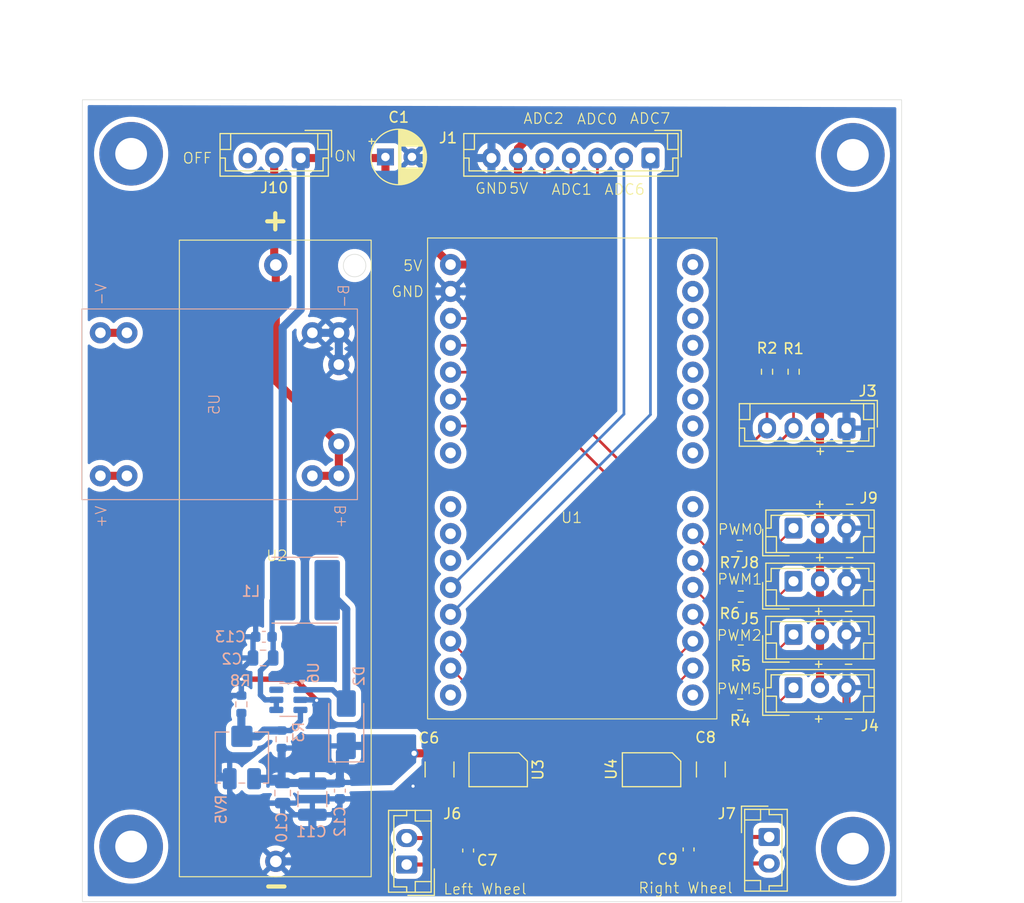
<source format=kicad_pcb>
(kicad_pcb (version 20241229) (generator "pcbnew") (generator_version "9.0")
  (layers (0 "F.Cu" signal) (2 "B.Cu" signal) (13 "F.Paste" user) (15 "B.Paste" user) (5 "F.SilkS" user "F.Silkscreen") (7 "B.SilkS" user "B.Silkscreen") (1 "F.Mask" user) (3 "B.Mask" user) (25 "Edge.Cuts" user))
  (net 0 "")
  (net 2 "BATTERY-")
  (net 16 "+4V")
  (net 17 "LW_OUTA")
  (net 18 "LW_OUTB")
  (net 19 "RW_OUTA")
  (net 20 "RW_OUTB")
  (net 21 "ADC6")
  (net 22 "ADC7")
  (net 23 "ADC2")
  (net 24 "ADC0")
  (net 25 "ADC1")
  (net 26 "PWM8")
  (net 27 "SDA")
  (net 28 "SCL")
  (net 29 "PWM5")
  (net 30 "PWM2")
  (net 31 "PWM1")
  (net 32 "PWM0")
  (net 33 "PWM6")
  (net 35 "PWM7")
  (net 36 "PWM9")
  (net 40 "BATTERY+")
  (net 41 "Net-(J4-Pin_1)")
  (net 42 "Net-(J5-Pin_1)")
  (net 43 "Net-(J8-Pin_1)")
  (net 44 "Net-(J9-Pin_1)")
  (net 45 "Net-(U5-V--Pad10)")
  (net 46 "Net-(U5-V+-Pad7)")
  (net 47 "VDD")
  (net 48 "Net-(D2-A)")
  (net 49 "Net-(U6-FB)")
  (footprint "Connector_JST:JST_EH_B3B-EH-A_1x03_P2.50mm_Vertical" (layer "F.Cu") (at 171.5 105.46)
    (property "Reference" "J8" (at -4.1 -1.76 0) (layer "F.SilkS"))
    (property "Value" "Conn_01x03_Pin")
    (pad "1" thru_hole roundrect (at 0 0) (size 1.7 1.95) (drill 0.95) (layers "*.Cu" "*.Mask") (roundrect_rratio 0.147059) (net 43 "Net-(J8-Pin_1)"))
    (pad "2" thru_hole oval (at 2.5 0) (size 1.7 1.95) (drill 0.95) (layers "*.Cu" "*.Mask") (net 16 "+4V"))
    (pad "3" thru_hole oval (at 5 0) (size 1.7 1.95) (drill 0.95) (layers "*.Cu" "*.Mask") (net 2 "BATTERY-"))
  )
  (footprint "hub_8735_ultra:hub_8735_ultra" (layer "F.Cu") (at 150.77 95.95)
    (property "Reference" "U1" (at -0.2 3.5 0) (layer "F.SilkS") (effects (font (thickness 0.1))))
    (property "Value" "~")
    (pad "1" thru_hole circle (at -11.63 -20.39) (size 2 2) (drill 1) (layers "*.Cu" "*.Mask") (net 16 "+4V"))
    (pad "2" thru_hole circle (at -11.63 -17.86) (size 2 2) (drill 1) (layers "*.Cu" "*.Mask") (net 2 "BATTERY-"))
    (pad "3" thru_hole circle (at -11.63 -15.31) (size 2 2) (drill 1) (layers "*.Cu" "*.Mask") (net 23 "ADC2"))
    (pad "4" thru_hole circle (at -11.63 -12.77) (size 2 2) (drill 1) (layers "*.Cu" "*.Mask") (net 25 "ADC1"))
    (pad "5" thru_hole circle (at -11.63 -10.23) (size 2 2) (drill 1) (layers "*.Cu" "*.Mask") (net 24 "ADC0"))
    (pad "6" thru_hole circle (at -11.63 -7.69) (size 2 2) (drill 1) (layers "*.Cu" "*.Mask") (net 27 "SDA"))
    (pad "7" thru_hole circle (at -11.63 -5.15) (size 2 2) (drill 1) (layers "*.Cu" "*.Mask") (net 28 "SCL"))
    (pad "8" thru_hole circle (at -11.63 -2.61) (size 2 2) (drill 1) (layers "*.Cu" "*.Mask"))
    (pad "9" thru_hole circle (at -11.63 2.47) (size 2 2) (drill 1) (layers "*.Cu" "*.Mask"))
    (pad "10" thru_hole circle (at -11.63 5.01) (size 2 2) (drill 1) (layers "*.Cu" "*.Mask"))
    (pad "11" thru_hole circle (at -11.63 7.55) (size 2 2) (drill 1) (layers "*.Cu" "*.Mask"))
    (pad "12" thru_hole circle (at -11.63 10.09) (size 2 2) (drill 1) (layers "*.Cu" "*.Mask") (net 21 "ADC6"))
    (pad "13" thru_hole circle (at -11.63 12.63) (size 2 2) (drill 1) (layers "*.Cu" "*.Mask") (net 22 "ADC7"))
    (pad "14" thru_hole circle (at -11.63 15.17) (size 2 2) (drill 1) (layers "*.Cu" "*.Mask") (net 26 "PWM8"))
    (pad "15" thru_hole circle (at -11.63 17.71) (size 2 2) (drill 1) (layers "*.Cu" "*.Mask") (net 36 "PWM9"))
    (pad "16" thru_hole circle (at -11.63 20.25) (size 2 2) (drill 1) (layers "*.Cu" "*.Mask"))
    (pad "17" thru_hole circle (at 11.23 20.25) (size 2 2) (drill 1) (layers "*.Cu" "*.Mask"))
    (pad "18" thru_hole circle (at 11.23 17.71) (size 2 2) (drill 1) (layers "*.Cu" "*.Mask") (net 35 "PWM7"))
    (pad "19" thru_hole circle (at 11.23 15.17) (size 2 2) (drill 1) (layers "*.Cu" "*.Mask") (net 33 "PWM6"))
    (pad "20" thru_hole circle (at 11.23 12.63) (size 2 2) (drill 1) (layers "*.Cu" "*.Mask") (net 29 "PWM5"))
    (pad "21" thru_hole circle (at 11.23 10.09) (size 2 2) (drill 1) (layers "*.Cu" "*.Mask") (net 30 "PWM2"))
    (pad "22" thru_hole circle (at 11.23 7.55) (size 2 2) (drill 1) (layers "*.Cu" "*.Mask") (net 31 "PWM1"))
    (pad "23" thru_hole circle (at 11.23 5.01) (size 2 2) (drill 1) (layers "*.Cu" "*.Mask") (net 32 "PWM0"))
    (pad "24" thru_hole circle (at 11.23 2.47) (size 2 2) (drill 1) (layers "*.Cu" "*.Mask"))
    (pad "25" thru_hole circle (at 11.23 -2.61) (size 2 2) (drill 1) (layers "*.Cu" "*.Mask"))
    (pad "26" thru_hole circle (at 11.23 -5.15) (size 2 2) (drill 1) (layers "*.Cu" "*.Mask"))
    (pad "27" thru_hole circle (at 11.23 -7.69) (size 2 2) (drill 1) (layers "*.Cu" "*.Mask"))
    (pad "28" thru_hole circle (at 11.23 -10.23) (size 2 2) (drill 1) (layers "*.Cu" "*.Mask"))
    (pad "29" thru_hole circle (at 11.23 -12.77) (size 2 2) (drill 1) (layers "*.Cu" "*.Mask"))
    (pad "30" thru_hole circle (at 11.23 -15.31) (size 2 2) (drill 1) (layers "*.Cu" "*.Mask"))
    (pad "31" thru_hole circle (at 11.23 -17.85) (size 2 2) (drill 1) (layers "*.Cu" "*.Mask"))
    (pad "32" thru_hole circle (at 11.23 -20.39) (size 2 2) (drill 1) (layers "*.Cu" "*.Mask"))
  )
  (footprint "Connector_JST:JST_EH_B3B-EH-A_1x03_P2.50mm_Vertical" (layer "F.Cu") (at 125 65.5 180)
    (property "Reference" "J10" (at 2.5 -2.8 0) (layer "F.SilkS"))
    (property "Value" "Conn_01x03_Pin")
    (pad "1" thru_hole roundrect (at 0 0 180) (size 1.7 1.95) (drill 0.95) (layers "*.Cu" "*.Mask") (roundrect_rratio 0.147059) (net 16 "+4V"))
    (pad "2" thru_hole oval (at 2.5 0 180) (size 1.7 1.95) (drill 0.95) (layers "*.Cu" "*.Mask") (net 40 "BATTERY+"))
    (pad "3" thru_hole oval (at 5 0 180) (size 1.7 1.95) (drill 0.95) (layers "*.Cu" "*.Mask"))
  )
  (footprint "Resistor_SMD:R_0603_1608Metric" (layer "F.Cu") (at 166.525 112 180)
    (property "Reference" "R5" (at 0 -1.43 0) (layer "F.SilkS"))
    (property "Value" "100")
    (pad "1" smd roundrect (at -0.825 0 180) (size 0.8 0.95) (layers "F.Cu" "F.Mask" "F.Paste") (net 42 "Net-(J5-Pin_1)"))
    (pad "2" smd roundrect (at 0.825 0 180) (size 0.8 0.95) (layers "F.Cu" "F.Mask" "F.Paste") (net 30 "PWM2"))
  )
  (footprint "Resistor_SMD:R_0603_1608Metric" (layer "F.Cu") (at 171.51 85.675 -90)
    (property "Reference" "R1" (at -2.175 0.01 180) (layer "F.SilkS"))
    (property "Value" "4.7k")
    (pad "1" smd roundrect (at -0.825 0 270) (size 0.8 0.95) (layers "F.Cu" "F.Mask" "F.Paste") (net 16 "+4V"))
    (pad "2" smd roundrect (at 0.825 0 270) (size 0.8 0.95) (layers "F.Cu" "F.Mask" "F.Paste") (net 28 "SCL"))
  )
  (footprint "Connector_JST:JST_EH_B2B-EH-A_1x02_P2.50mm_Vertical" (layer "F.Cu") (at 135 132.2 90)
    (property "Reference" "J6" (at 4.8 4.3 180) (layer "F.SilkS"))
    (property "Value" "Conn_01x02_Male")
    (pad "1" thru_hole roundrect (at 0 0 90) (size 1.7 2) (drill 1) (layers "*.Cu" "*.Mask") (roundrect_rratio 0.147059) (net 17 "LW_OUTA"))
    (pad "2" thru_hole oval (at 2.5 0 90) (size 1.7 2) (drill 1) (layers "*.Cu" "*.Mask") (net 18 "LW_OUTB"))
  )
  (footprint "Connector_JST:JST_EH_B4B-EH-A_1x04_P2.50mm_Vertical" (layer "F.Cu") (at 176.5 91 180)
    (property "Reference" "J3" (at -2 3.5 0) (layer "F.SilkS"))
    (property "Value" "Conn_01x04_Male")
    (pad "1" thru_hole roundrect (at 0 0 180) (size 1.7 1.95) (drill 0.95) (layers "*.Cu" "*.Mask") (roundrect_rratio 0.147059) (net 2 "BATTERY-"))
    (pad "2" thru_hole oval (at 2.5 0 180) (size 1.7 1.95) (drill 0.95) (layers "*.Cu" "*.Mask") (net 16 "+4V"))
    (pad "3" thru_hole oval (at 5 0 180) (size 1.7 1.95) (drill 0.95) (layers "*.Cu" "*.Mask") (net 28 "SCL"))
    (pad "4" thru_hole oval (at 7.5 0 180) (size 1.7 1.95) (drill 0.95) (layers "*.Cu" "*.Mask") (net 27 "SDA"))
  )
  (footprint "Connector_JST:JST_EH_B3B-EH-A_1x03_P2.50mm_Vertical" (layer "F.Cu") (at 171.5 100.44)
    (property "Reference" "J9" (at 7.1 -2.84 0) (layer "F.SilkS"))
    (property "Value" "Conn_01x03_Pin")
    (pad "1" thru_hole roundrect (at 0 0) (size 1.7 1.95) (drill 0.95) (layers "*.Cu" "*.Mask") (roundrect_rratio 0.147059) (net 44 "Net-(J9-Pin_1)"))
    (pad "2" thru_hole oval (at 2.5 0) (size 1.7 1.95) (drill 0.95) (layers "*.Cu" "*.Mask") (net 16 "+4V"))
    (pad "3" thru_hole oval (at 5 0) (size 1.7 1.95) (drill 0.95) (layers "*.Cu" "*.Mask") (net 2 "BATTERY-"))
  )
  (footprint "IC:SA8301" (layer "F.Cu") (at 158.105 123.25 180)
    (property "Reference" "U4" (at 3.805 0.05 90) (layer "F.SilkS"))
    (property "Value" "SA8301")
    (pad "1" smd rect (at -1.905 2.75 180) (size 0.7 1.3) (layers "F.Cu" "F.Mask" "F.Paste"))
    (pad "2" smd rect (at -0.635 2.75 180) (size 0.7 1.3) (layers "F.Cu" "F.Mask" "F.Paste") (net 35 "PWM7"))
    (pad "3" smd rect (at 0.635 2.75 180) (size 0.7 1.3) (layers "F.Cu" "F.Mask" "F.Paste") (net 33 "PWM6"))
    (pad "4" smd rect (at 1.905 2.75 180) (size 0.7 1.3) (layers "F.Cu" "F.Mask" "F.Paste") (net 47 "VDD"))
    (pad "5" smd rect (at 1.905 -2.75 180) (size 0.7 1.3) (layers "F.Cu" "F.Mask" "F.Paste") (net 20 "RW_OUTB"))
    (pad "6" smd rect (at 0.635 -2.75 180) (size 0.7 1.3) (layers "F.Cu" "F.Mask" "F.Paste") (net 2 "BATTERY-"))
    (pad "7" smd rect (at -0.635 -2.75 180) (size 0.7 1.3) (layers "F.Cu" "F.Mask" "F.Paste") (net 2 "BATTERY-"))
    (pad "8" smd rect (at -1.905 -2.75 180) (size 0.7 1.3) (layers "F.Cu" "F.Mask" "F.Paste") (net 19 "RW_OUTA"))
  )
  (footprint "Resistor_SMD:R_0603_1608Metric" (layer "F.Cu") (at 166.525 106.9 180)
    (property "Reference" "R6" (at 1.025 -1.6 0) (layer "F.SilkS"))
    (property "Value" "100")
    (pad "1" smd roundrect (at -0.825 0 180) (size 0.8 0.95) (layers "F.Cu" "F.Mask" "F.Paste") (net 43 "Net-(J8-Pin_1)"))
    (pad "2" smd roundrect (at 0.825 0 180) (size 0.8 0.95) (layers "F.Cu" "F.Mask" "F.Paste") (net 31 "PWM1"))
  )
  (footprint "Resistor_SMD:R_0603_1608Metric" (layer "F.Cu") (at 166.425 102.1 180)
    (property "Reference" "R7" (at 0.925 -1.6 0) (layer "F.SilkS"))
    (property "Value" "100")
    (pad "1" smd roundrect (at -0.825 0 180) (size 0.8 0.95) (layers "F.Cu" "F.Mask" "F.Paste") (net 44 "Net-(J9-Pin_1)"))
    (pad "2" smd roundrect (at 0.825 0 180) (size 0.8 0.95) (layers "F.Cu" "F.Mask" "F.Paste") (net 32 "PWM0"))
  )
  (footprint "Capacitor_SMD:C_1210_3225Metric" (layer "F.Cu") (at 163.7 123.225 -90)
    (property "Reference" "C8" (at -3.025 0.5 180) (layer "F.SilkS"))
    (property "Value" "100uf")
    (pad "1" smd roundrect (at -1.475 0 270) (size 1.15 2.7) (layers "F.Cu" "F.Mask" "F.Paste") (roundrect_rratio 0.217391) (net 47 "VDD"))
    (pad "2" smd roundrect (at 1.475 0 270) (size 1.15 2.7) (layers "F.Cu" "F.Mask" "F.Paste") (roundrect_rratio 0.217391) (net 2 "BATTERY-"))
  )
  (footprint "Connector_JST:JST_EH_B2B-EH-A_1x02_P2.50mm_Vertical" (layer "F.Cu") (at 169.2 129.6 -90)
    (property "Reference" "J7" (at -2.2 4 180) (layer "F.SilkS"))
    (property "Value" "Conn_01x02_Male")
    (pad "1" thru_hole roundrect (at 0 0 270) (size 1.7 2) (drill 1) (layers "*.Cu" "*.Mask") (roundrect_rratio 0.147059) (net 19 "RW_OUTA"))
    (pad "2" thru_hole oval (at 2.5 0 270) (size 1.7 2) (drill 1) (layers "*.Cu" "*.Mask") (net 20 "RW_OUTB"))
  )
  (footprint "Connector_JST:JST_EH_B3B-EH-A_1x03_P2.50mm_Vertical" (layer "F.Cu") (at 171.5 110.48)
    (property "Reference" "J5" (at -4.1 -1.48 0) (layer "F.SilkS"))
    (property "Value" "Conn_01x03_Pin")
    (pad "1" thru_hole roundrect (at 0 0) (size 1.7 1.95) (drill 0.95) (layers "*.Cu" "*.Mask") (roundrect_rratio 0.147059) (net 42 "Net-(J5-Pin_1)"))
    (pad "2" thru_hole oval (at 2.5 0) (size 1.7 1.95) (drill 0.95) (layers "*.Cu" "*.Mask") (net 16 "+4V"))
    (pad "3" thru_hole oval (at 5 0) (size 1.7 1.95) (drill 0.95) (layers "*.Cu" "*.Mask") (net 2 "BATTERY-"))
  )
  (footprint "Capacitor_THT:CP_Radial_D5.0mm_P2.50mm" (layer "F.Cu") (at 132.994888 65.4)
    (property "Reference" "C1" (at 1.25 -3.75 0) (layer "F.SilkS"))
    (property "Value" "100u")
    (pad "1" thru_hole rect (at 0 0) (size 1.6 1.6) (drill 0.8) (layers "*.Cu" "*.Mask") (net 16 "+4V"))
    (pad "2" thru_hole circle (at 2.5 0) (size 1.6 1.6) (drill 0.8) (layers "*.Cu" "*.Mask") (net 2 "BATTERY-"))
  )
  (footprint "Capacitor_SMD:C_0603_1608Metric" (layer "F.Cu") (at 140.8 130.875 90)
    (property "Reference" "C7" (at -0.925 1.8 180) (layer "F.SilkS"))
    (property "Value" "0.1uf")
    (pad "1" smd roundrect (at -0.775 0 90) (size 0.9 0.95) (layers "F.Cu" "F.Mask" "F.Paste") (net 17 "LW_OUTA"))
    (pad "2" smd roundrect (at 0.775 0 90) (size 0.9 0.95) (layers "F.Cu" "F.Mask" "F.Paste") (net 18 "LW_OUTB"))
  )
  (footprint "IC:SA8301" (layer "F.Cu") (at 143.635 123.25 180)
    (property "Reference" "U3" (at -3.755 0 90) (layer "F.SilkS"))
    (property "Value" "SA8301")
    (pad "1" smd rect (at -1.905 2.75 180) (size 0.7 1.3) (layers "F.Cu" "F.Mask" "F.Paste"))
    (pad "2" smd rect (at -0.635 2.75 180) (size 0.7 1.3) (layers "F.Cu" "F.Mask" "F.Paste") (net 26 "PWM8"))
    (pad "3" smd rect (at 0.635 2.75 180) (size 0.7 1.3) (layers "F.Cu" "F.Mask" "F.Paste") (net 36 "PWM9"))
    (pad "4" smd rect (at 1.905 2.75 180) (size 0.7 1.3) (layers "F.Cu" "F.Mask" "F.Paste") (net 47 "VDD"))
    (pad "5" smd rect (at 1.905 -2.75 180) (size 0.7 1.3) (layers "F.Cu" "F.Mask" "F.Paste") (net 18 "LW_OUTB"))
    (pad "6" smd rect (at 0.635 -2.75 180) (size 0.7 1.3) (layers "F.Cu" "F.Mask" "F.Paste") (net 2 "BATTERY-"))
    (pad "7" smd rect (at -0.635 -2.75 180) (size 0.7 1.3) (layers "F.Cu" "F.Mask" "F.Paste") (net 2 "BATTERY-"))
    (pad "8" smd rect (at -1.905 -2.75 180) (size 0.7 1.3) (layers "F.Cu" "F.Mask" "F.Paste") (net 17 "LW_OUTA"))
  )
  (footprint "Connector_JST:JST_EH_B3B-EH-A_1x03_P2.50mm_Vertical" (layer "F.Cu") (at 171.5 115.5)
    (property "Reference" "J4" (at 7.2 3.6 0) (layer "F.SilkS"))
    (property "Value" "Conn_01x03_Pin")
    (pad "1" thru_hole roundrect (at 0 0) (size 1.7 1.95) (drill 0.95) (layers "*.Cu" "*.Mask") (roundrect_rratio 0.147059) (net 41 "Net-(J4-Pin_1)"))
    (pad "2" thru_hole oval (at 2.5 0) (size 1.7 1.95) (drill 0.95) (layers "*.Cu" "*.Mask") (net 16 "+4V"))
    (pad "3" thru_hole oval (at 5 0) (size 1.7 1.95) (drill 0.95) (layers "*.Cu" "*.Mask") (net 2 "BATTERY-"))
  )
  (footprint "Resistor_SMD:R_0603_1608Metric" (layer "F.Cu") (at 166.475 117.1 180)
    (property "Reference" "R4" (at 0 -1.5 0) (layer "F.SilkS"))
    (property "Value" "100")
    (pad "1" smd roundrect (at -0.825 0 180) (size 0.8 0.95) (layers "F.Cu" "F.Mask" "F.Paste") (net 41 "Net-(J4-Pin_1)"))
    (pad "2" smd roundrect (at 0.825 0 180) (size 0.8 0.95) (layers "F.Cu" "F.Mask" "F.Paste") (net 29 "PWM5"))
  )
  (footprint "Connector_JST:JST_EH_B7B-EH-A_1x07_P2.50mm_Vertical" (layer "F.Cu") (at 158 65.5 180)
    (property "Reference" "J1" (at 19.1 1.9 0) (layer "F.SilkS"))
    (property "Value" "Conn_01x07_Pin")
    (pad "1" thru_hole roundrect (at 0 0 180) (size 1.7 1.95) (drill 0.95) (layers "*.Cu" "*.Mask") (roundrect_rratio 0.147059) (net 22 "ADC7"))
    (pad "2" thru_hole oval (at 2.5 0 180) (size 1.7 1.95) (drill 0.95) (layers "*.Cu" "*.Mask") (net 21 "ADC6"))
    (pad "3" thru_hole oval (at 5 0 180) (size 1.7 1.95) (drill 0.95) (layers "*.Cu" "*.Mask") (net 24 "ADC0"))
    (pad "4" thru_hole oval (at 7.5 0 180) (size 1.7 1.95) (drill 0.95) (layers "*.Cu" "*.Mask") (net 25 "ADC1"))
    (pad "5" thru_hole oval (at 10 0 180) (size 1.7 1.95) (drill 0.95) (layers "*.Cu" "*.Mask") (net 23 "ADC2"))
    (pad "6" thru_hole oval (at 12.5 0 180) (size 1.7 1.95) (drill 0.95) (layers "*.Cu" "*.Mask") (net 16 "+4V"))
    (pad "7" thru_hole oval (at 15 0 180) (size 1.7 1.95) (drill 0.95) (layers "*.Cu" "*.Mask") (net 2 "BATTERY-"))
  )
  (footprint "Capacitor_SMD:C_0603_1608Metric" (layer "F.Cu") (at 161.6 130.775 -90)
    (property "Reference" "C9" (at 0.925 2 180) (layer "F.SilkS"))
    (property "Value" "0.1uf")
    (pad "1" smd roundrect (at -0.775 0 270) (size 0.9 0.95) (layers "F.Cu" "F.Mask" "F.Paste") (net 19 "RW_OUTA"))
    (pad "2" smd roundrect (at 0.775 0 270) (size 0.9 0.95) (layers "F.Cu" "F.Mask" "F.Paste") (net 20 "RW_OUTB"))
  )
  (footprint "14500_battery:14500_battery_slot" (layer "F.Cu") (at 122.65 103.75)
    (property "Reference" "U2" (at 0.1 -0.7 0) (layer "F.SilkS") (effects (font (thickness 0.1))))
    (property "Value" "~")
    (fp_circle (center 7.436985 -28.1) (end 8.236985 -27.4) (stroke (width 0.05)) (fill no) (layer "Edge.Cuts"))
    (pad "0" thru_hole circle (at 0 -28.15) (size 2.2 2.2) (drill 1.1) (layers "*.Cu" "*.Mask") (net 40 "BATTERY+"))
    (pad "1" thru_hole circle (at 0 28.15) (size 2 2) (drill 1.1) (layers "*.Cu" "*.Mask") (net 2 "BATTERY-"))
  )
  (footprint "Capacitor_SMD:C_1210_3225Metric" (layer "F.Cu") (at 138.1 123.225 -90)
    (property "Reference" "C6" (at -2.975 1 180) (layer "F.SilkS"))
    (property "Value" "100uf")
    (pad "1" smd roundrect (at -1.475 0 270) (size 1.15 2.7) (layers "F.Cu" "F.Mask" "F.Paste") (roundrect_rratio 0.217391) (net 47 "VDD"))
    (pad "2" smd roundrect (at 1.475 0 270) (size 1.15 2.7) (layers "F.Cu" "F.Mask" "F.Paste") (roundrect_rratio 0.217391) (net 2 "BATTERY-"))
  )
  (footprint "Resistor_SMD:R_0603_1608Metric" (layer "F.Cu") (at 169 85.675 -90)
    (property "Reference" "R2" (at -2.225 0 180) (layer "F.SilkS"))
    (property "Value" "4.7k")
    (pad "1" smd roundrect (at -0.825 0 270) (size 0.8 0.95) (layers "F.Cu" "F.Mask" "F.Paste") (net 16 "+4V"))
    (pad "2" smd roundrect (at 0.825 0 270) (size 0.8 0.95) (layers "F.Cu" "F.Mask" "F.Paste") (net 27 "SDA"))
  )
  (footprint "Capacitor_SMD:C_0805_2012Metric" (layer "B.Cu") (at 123.3 125.45 -90)
    (property "Reference" "C10" (at 3.25 0.1 90) (layer "B.SilkS") (effects (justify mirror)))
    (property "Value" "22uF")
    (pad "1" smd roundrect (at -0.95 0 270) (size 1 1.45) (layers "B.Cu" "B.Mask" "B.Paste") (net 47 "VDD"))
    (pad "2" smd roundrect (at 0.95 0 270) (size 1 1.45) (layers "B.Cu" "B.Mask" "B.Paste") (net 2 "BATTERY-"))
  )
  (footprint "Capacitor_SMD:C_1210_3225Metric" (layer "B.Cu") (at 126.1 126.025 -90)
    (property "Reference" "C11" (at 3.075 0.1 0) (layer "B.SilkS") (effects (justify mirror)))
    (property "Value" "NC")
    (pad "1" smd roundrect (at -1.475 0 270) (size 1.15 2.7) (layers "B.Cu" "B.Mask" "B.Paste") (roundrect_rratio 0.217391) (net 47 "VDD"))
    (pad "2" smd roundrect (at 1.475 0 270) (size 1.15 2.7) (layers "B.Cu" "B.Mask" "B.Paste") (roundrect_rratio 0.217391) (net 2 "BATTERY-"))
  )
  (footprint "Capacitor_SMD:C_0805_2012Metric" (layer "B.Cu") (at 121.45 112.7 180)
    (property "Reference" "C2" (at 2.95 -0.1 0) (layer "B.SilkS") (effects (justify mirror)))
    (property "Value" "22uF")
    (pad "1" smd roundrect (at -0.95 0 180) (size 1 1.45) (layers "B.Cu" "B.Mask" "B.Paste") (net 16 "+4V"))
    (pad "2" smd roundrect (at 0.95 0 180) (size 1 1.45) (layers "B.Cu" "B.Mask" "B.Paste") (net 2 "BATTERY-"))
  )
  (footprint "14500_battery:charger" (layer "B.Cu") (at 117.35 88.75 -90)
    (property "Reference" "U5" (at 0 0.5 90) (layer "B.SilkS") (effects (font (thickness 0.1)) (justify mirror)))
    (property "Value" "~")
    (fp_text user "B-" (at -11.4 -12.3 90) (layer "B.SilkS") (effects (font (thickness 0.1)) (justify left bottom mirror)))
    (fp_text user "V-" (at -11.5 10.6 90) (layer "B.SilkS") (effects (font (thickness 0.1)) (justify left bottom mirror)))
    (fp_text user "B+" (at 9.4 -12 90) (layer "B.SilkS") (effects (font (thickness 0.1)) (justify left bottom mirror)))
    (fp_text user "V+" (at 9.5 10.6 90) (layer "B.SilkS") (effects (font (thickness 0.1)) (justify left bottom mirror)))
    (pad "1" thru_hole circle (at -6.75 -8.75 270) (size 2 2) (drill 1) (layers "*.Cu" "*.Mask") (net 2 "BATTERY-"))
    (pad "2" thru_hole circle (at -6.75 -11.25 270) (size 2 2) (drill 1) (layers "*.Cu" "*.Mask") (net 2 "BATTERY-"))
    (pad "3" thru_hole circle (at -3.75 -11.25 270) (size 2 2) (drill 1) (layers "*.Cu" "*.Mask") (net 2 "BATTERY-"))
    (pad "4" thru_hole circle (at 3.75 -11.25 270) (size 2 2) (drill 1) (layers "*.Cu" "*.Mask") (net 40 "BATTERY+"))
    (pad "5" thru_hole circle (at 6.75 -11.25 270) (size 2 2) (drill 1) (layers "*.Cu" "*.Mask") (net 40 "BATTERY+"))
    (pad "6" thru_hole circle (at 6.75 -8.75 270) (size 2 2) (drill 1) (layers "*.Cu" "*.Mask") (net 40 "BATTERY+"))
    (pad "7" thru_hole circle (at -6.75 11.25 270) (size 2 2) (drill 1) (layers "*.Cu" "*.Mask") (net 46 "Net-(U5-V+-Pad7)"))
    (pad "8" thru_hole circle (at 6.75 11.25 270) (size 2 2) (drill 1) (layers "*.Cu" "*.Mask") (net 45 "Net-(U5-V--Pad10)"))
    (pad "9" thru_hole circle (at -6.75 8.75 270) (size 2 2) (drill 1) (layers "*.Cu" "*.Mask") (net 46 "Net-(U5-V+-Pad7)"))
    (pad "10" thru_hole circle (at 6.75 8.75 270) (size 2 2) (drill 1) (layers "*.Cu" "*.Mask") (net 45 "Net-(U5-V--Pad10)"))
  )
  (footprint "Resistor_SMD:R_0603_1608Metric" (layer "B.Cu") (at 123.2 120.375 -90)
    (property "Reference" "R3" (at -0.675 -1.6 90) (layer "B.SilkS") (effects (justify mirror)))
    (property "Value" "88K")
    (pad "1" smd roundrect (at -0.825 0 270) (size 0.8 0.95) (layers "B.Cu" "B.Mask" "B.Paste") (net 49 "Net-(U6-FB)"))
    (pad "2" smd roundrect (at 0.825 0 270) (size 0.8 0.95) (layers "B.Cu" "B.Mask" "B.Paste") (net 47 "VDD"))
  )
  (footprint "Package_TO_SOT_SMD:SOT-23-6" (layer "B.Cu") (at 123.8375 116.65 180)
    (property "Reference" "U6" (at -2.3625 2.55 90) (layer "B.SilkS") (effects (justify mirror)))
    (property "Value" "MT3608/SX1308")
    (pad "1" smd roundrect (at -1.1375 0.95 180) (size 1.325 0.6) (layers "B.Cu" "B.Mask" "B.Paste") (net 48 "Net-(D2-A)"))
    (pad "2" smd roundrect (at -1.1375 0 180) (size 1.325 0.6) (layers "B.Cu" "B.Mask" "B.Paste") (net 2 "BATTERY-"))
    (pad "3" smd roundrect (at -1.1375 -0.95 180) (size 1.325 0.6) (layers "B.Cu" "B.Mask" "B.Paste") (net 49 "Net-(U6-FB)"))
    (pad "4" smd roundrect (at 1.1375 -0.95 180) (size 1.325 0.6) (layers "B.Cu" "B.Mask" "B.Paste") (net 16 "+4V"))
    (pad "5" smd roundrect (at 1.1375 0 180) (size 1.325 0.6) (layers "B.Cu" "B.Mask" "B.Paste") (net 16 "+4V"))
    (pad "6" smd roundrect (at 1.1375 0.95 180) (size 1.325 0.6) (layers "B.Cu" "B.Mask" "B.Paste"))
  )
  (footprint "Inductor_SMD:L_Cenker_CKCS6045" (layer "B.Cu") (at 125.4 106.3)
    (property "Reference" "L1" (at -5.1 0.1 0) (layer "B.SilkS") (effects (justify mirror)))
    (property "Value" "22UH")
    (pad "1" smd roundrect (at -2.1 0) (size 2.4 5.7) (layers "B.Cu" "B.Mask" "B.Paste") (roundrect_rratio 0.104167) (net 16 "+4V"))
    (pad "2" smd roundrect (at 2.1 0) (size 2.4 5.7) (layers "B.Cu" "B.Mask" "B.Paste") (roundrect_rratio 0.104167) (net 48 "Net-(D2-A)"))
  )
  (footprint "Capacitor_SMD:C_0603_1608Metric" (layer "B.Cu") (at 128.7 125.225 -90)
    (property "Reference" "C12" (at 2.925 0 90) (layer "B.SilkS") (effects (justify mirror)))
    (property "Value" "0.1uF")
    (pad "1" smd roundrect (at -0.775 0 270) (size 0.9 0.95) (layers "B.Cu" "B.Mask" "B.Paste") (net 47 "VDD"))
    (pad "2" smd roundrect (at 0.775 0 270) (size 0.9 0.95) (layers "B.Cu" "B.Mask" "B.Paste") (net 2 "BATTERY-"))
  )
  (footprint "Capacitor_SMD:C_0603_1608Metric" (layer "B.Cu") (at 121.525 110.7 180)
    (property "Reference" "C13" (at 3.175 0 0) (layer "B.SilkS") (effects (justify mirror)))
    (property "Value" "0.1uF")
    (pad "1" smd roundrect (at -0.775 0 180) (size 0.9 0.95) (layers "B.Cu" "B.Mask" "B.Paste") (net 16 "+4V"))
    (pad "2" smd roundrect (at 0.775 0 180) (size 0.9 0.95) (layers "B.Cu" "B.Mask" "B.Paste") (net 2 "BATTERY-"))
  )
  (footprint "Potentiometer_SMD:Potentiometer_Bourns_3214J_Horizontal" (layer "B.Cu") (at 119.45 122.1 -90)
    (property "Reference" "RV5" (at 4.9 1.95 90) (layer "B.SilkS") (effects (justify mirror)))
    (property "Value" "100K")
    (pad "1" smd roundrect (at 2 1.15 270) (size 2 1.3) (layers "B.Cu" "B.Mask" "B.Paste") (roundrect_rratio 0.192308) (net 2 "BATTERY-"))
    (pad "2" smd roundrect (at -2 0 270) (size 2 2) (layers "B.Cu" "B.Mask" "B.Paste") (roundrect_rratio 0.125) (net 49 "Net-(U6-FB)"))
    (pad "3" smd roundrect (at 2 -1.15 270) (size 2 1.3) (layers "B.Cu" "B.Mask" "B.Paste") (roundrect_rratio 0.192308) (net 47 "VDD"))
  )
  (footprint "Resistor_SMD:R_0603_1608Metric" (layer "B.Cu") (at 119.4 117.075 -90)
    (property "Reference" "R8" (at -2.225 0.1 0) (layer "B.SilkS") (effects (justify mirror)))
    (property "Value" "12K")
    (pad "1" smd roundrect (at -0.825 0 270) (size 0.8 0.95) (layers "B.Cu" "B.Mask" "B.Paste") (net 2 "BATTERY-"))
    (pad "2" smd roundrect (at 0.825 0 270) (size 0.8 0.95) (layers "B.Cu" "B.Mask" "B.Paste") (net 49 "Net-(U6-FB)"))
  )
  (footprint "Diode_SMD:D_SMA" (layer "B.Cu") (at 129.3 119 90)
    (property "Reference" "D2" (at 4.6 1.2 90) (layer "B.SilkS") (effects (justify mirror)))
    (property "Value" "SS34")
    (pad "1" smd roundrect (at -2 0 90) (size 2.5 1.8) (layers "B.Cu" "B.Mask" "B.Paste") (roundrect_rratio 0.1388888889) (net 47 "VDD"))
    (pad "2" smd roundrect (at 2 0 90) (size 2.5 1.8) (layers "B.Cu" "B.Mask" "B.Paste") (roundrect_rratio 0.1388888889) (net 48 "Net-(D2-A)"))
  )
  (gr_rect (start 104.4 60) (end 181.7 135.7) (stroke (width 0.05)) (fill no) (layer "Edge.Cuts"))
  (gr_text "+   -" (at 173.45 93.6 0) (layer "F.SilkS") (effects (font (size 0.8 0.8) (thickness 0.125) (bold yes)) (justify left bottom)))
  (gr_text "ADC7" (at 156 62.35 0) (layer "F.SilkS") (effects (font (size 1 1) (thickness 0.1)) (justify left bottom)))
  (gr_text "ADC1" (at 148.6 69.05 0) (layer "F.SilkS") (effects (font (size 1 1) (thickness 0.1)) (justify left bottom)))
  (gr_text "PWM2" (at 164.2 111.15 0) (layer "F.SilkS") (effects (font (size 1 1) (thickness 0.1)) (justify left bottom)))
  (gr_text "+   -" (at 173.4 98.6 0) (layer "F.SilkS") (effects (font (size 0.8 0.8) (thickness 0.125) (bold yes)) (justify left bottom)))
  (gr_text "5V" (at 144.6 68.95 0) (layer "F.SilkS") (effects (font (size 1 1) (thickness 0.1)) (justify left bottom)))
  (gr_text "ADC2" (at 145.95 62.35 0) (layer "F.SilkS") (effects (font (size 1 1) (thickness 0.1)) (justify left bottom)))
  (gr_text "+   -" (at 173.3 113.7 0) (layer "F.SilkS") (effects (font (size 0.8 0.8) (thickness 0.125) (bold yes)) (justify left bottom)))
  (gr_text "ADC0" (at 151 62.4 0) (layer "F.SilkS") (effects (font (size 1 1) (thickness 0.1)) (justify left bottom)))
  (gr_text "PWM5" (at 164.2 116.2 0) (layer "F.SilkS") (effects (font (size 1 1) (thickness 0.1)) (justify left bottom)))
  (gr_text "+   -" (at 173.4 103.634 0) (layer "F.SilkS") (effects (font (size 0.8 0.8) (thickness 0.125) (bold yes)) (justify left bottom)))
  (gr_text "-" (at 121.2 135.3 0) (layer "F.SilkS") (effects (font (size 2 2) (thickness 0.4) (bold yes)) (justify left bottom)))
  (gr_text "+" (at 121.1 72.5 0) (layer "F.SilkS") (effects (font (size 2 2) (thickness 0.4) (bold yes)) (justify left bottom)))
  (gr_text "5V" (at 134.6 76.25 0) (layer "F.SilkS") (effects (font (size 1 1) (thickness 0.1)) (justify left bottom)))
  (gr_text "GND" (at 133.5 78.7 0) (layer "F.SilkS") (effects (font (size 1 1) (thickness 0.1)) (justify left bottom)))
  (gr_text "PWM1" (at 164.25 105.85 0) (layer "F.SilkS") (effects (font (size 1 1) (thickness 0.1)) (justify left bottom)))
  (gr_text "PWM0" (at 164.3 101.15 0) (layer "F.SilkS") (effects (font (size 1 1) (thickness 0.1)) (justify left bottom)))
  (gr_text "ADC6" (at 153.6 69.05 0) (layer "F.SilkS") (effects (font (size 1 1) (thickness 0.1)) (justify left bottom)))
  (gr_text "+   -" (at 173.3 108.712 0) (layer "F.SilkS") (effects (font (size 0.8 0.8) (thickness 0.125) (bold yes)) (justify left bottom)))
  (gr_text "Right Wheel" (at 156.8 135 0) (layer "F.SilkS") (effects (font (size 1 1) (thickness 0.1)) (justify left bottom)))
  (gr_text "ON" (at 128.1 65.9 0) (layer "F.SilkS") (effects (font (size 1 1) (thickness 0.1)) (justify left bottom)))
  (gr_text "GND" (at 141.4 68.95 0) (layer "F.SilkS") (effects (font (size 1 1) (thickness 0.1)) (justify left bottom)))
  (gr_text "Left Wheel" (at 138.4 135.1 0) (layer "F.SilkS") (effects (font (size 1 1) (thickness 0.1)) (justify left bottom)))
  (gr_text "OFF" (at 113.8 66.1 0) (layer "F.SilkS") (effects (font (size 1 1) (thickness 0.1)) (justify left bottom)))
  (gr_text "+   -" (at 173.3 118.868 0) (layer "F.SilkS") (effects (font (size 0.8 0.8) (thickness 0.125) (bold yes)) (justify left bottom)))
  (via (at 109 130.5) (size 6) (drill 3) (layers "F.Cu" "B.Cu") (net 0))
  (via (at 109 65.1) (size 6) (drill 3) (layers "F.Cu" "B.Cu") (net 0))
  (via (at 177.1 130.7) (size 6) (drill 3) (layers "F.Cu" "B.Cu") (net 0))
  (via (at 177.1 65.2) (size 6) (drill 3) (layers "F.Cu" "B.Cu") (net 0))
  (segment (start 159.4 124.7) (end 163.7 124.7) (width 0.508) (layer "F.Cu") (net 2))
  (segment (start 143 126) (end 144.27 126) (width 0.508) (layer "F.Cu") (net 2))
  (segment (start 124.5 114.7) (end 119.4 114.7) (width 0.508) (layer "F.Cu") (net 2))
  (segment (start 143 126) (end 143 125.1) (width 0.508) (layer "F.Cu") (net 2))
  (segment (start 135.6 124.8) (end 138 124.8) (width 0.508) (layer "F.Cu") (net 2))
  (segment (start 171 124.7) (end 163.7 124.7) (width 0.762) (layer "F.Cu") (net 2))
  (segment (start 143 125.1) (end 142.6 124.7) (width 0.508) (layer "F.Cu") (net 2))
  (segment (start 158.74 126) (end 158.74 125.36) (width 0.508) (layer "F.Cu") (net 2))
  (segment (start 138 124.8) (end 138.1 124.7) (width 0.508) (layer "F.Cu") (net 2))
  (segment (start 157.47 126) (end 158.74 126) (width 0.508) (layer "F.Cu") (net 2))
  (segment (start 142.6 124.7) (end 159.4 124.7) (width 0.508) (layer "F.Cu") (net 2))
  (segment (start 126.5 116.7) (end 124.5 114.7) (width 0.508) (layer "F.Cu") (net 2))
  (segment (start 176.5 115.5) (end 176.5 119.2) (width 0.762) (layer "F.Cu") (net 2))
  (segment (start 142.6 124.7) (end 138.1 124.7) (width 0.508) (layer "F.Cu") (net 2))
  (segment (start 176.5 119.2) (end 171 124.7) (width 0.762) (layer "F.Cu") (net 2))
  (segment (start 158.74 125.36) (end 159.4 124.7) (width 0.508) (layer "F.Cu") (net 2))
  (via (at 126.5 116.7) (size 0.6) (drill 0.3) (layers "F.Cu" "B.Cu") (net 2))
  (via (at 119.4 114.7) (size 0.6) (drill 0.3) (layers "F.Cu" "B.Cu") (net 2))
  (via (at 135.6 124.8) (size 0.6) (drill 0.3) (layers "F.Cu" "B.Cu") (net 2))
  (segment (start 176.5 75.6) (end 176.5 91) (width 0.762) (layer "B.Cu") (net 2))
  (segment (start 134.4 126) (end 135.6 124.8) (width 0.508) (layer "B.Cu") (net 2))
  (segment (start 143.9 63) (end 163.9 63) (width 0.762) (layer "B.Cu") (net 2))
  (segment (start 126.1 131.3) (end 126.1 127.5) (width 0.762) (layer "B.Cu") (net 2))
  (segment (start 132.51 78.09) (end 139.14 78.09) (width 0.762) (layer "B.Cu") (net 2))
  (segment (start 118.3 125.4) (end 119.3 126.4) (width 0.508) (layer "B.Cu") (net 2))
  (segment (start 119.3 126.4) (end 123.3 126.4) (width 0.508) (layer "B.Cu") (net 2))
  (segment (start 128.7 126.7) (end 128.7 126) (width 0.508) (layer "B.Cu") (net 2))
  (segment (start 128.6 82) (end 132.51 78.09) (width 0.762) (layer "B.Cu") (net 2))
  (segment (start 135.594888 65.5) (end 135.494888 65.4) (width 0.762) (layer "B.Cu") (net 2))
  (segment (start 119.4 116.25) (end 119.4 114.7) (width 0.508) (layer "B.Cu") (net 2))
  (segment (start 122.65 131.9) (end 125.5 131.9) (width 0.762) (layer "B.Cu") (net 2))
  (segment (start 143 77) (end 143 65.5) (width 0.762) (layer "B.Cu") (net 2))
  (segment (start 128.7 126) (end 134.4 126) (width 0.508) (layer "B.Cu") (net 2))
  (segment (start 143 65.5) (end 135.594888 65.5) (width 0.762) (layer "B.Cu") (net 2))
  (segment (start 126.1 82) (end 128.6 82) (width 0.762) (layer "B.Cu") (net 2))
  (segment (start 176.5 110.5) (end 176.5 115.5) (width 0.762) (layer "B.Cu") (net 2))
  (segment (start 124.4 127.5) (end 126.1 127.5) (width 0.508) (layer "B.Cu") (net 2))
  (segment (start 176.5 91) (end 176.5 95.5) (width 0.762) (layer "B.Cu") (net 2))
  (segment (start 127.9 127.5) (end 128.7 126.7) (width 0.508) (layer "B.Cu") (net 2))
  (segment (start 119.4 114.7) (end 119.4 113.8) (width 0.508) (layer "B.Cu") (net 2))
  (segment (start 119.4 116.25) (end 118.55 116.25) (width 0.508) (layer "B.Cu") (net 2))
  (segment (start 176.5 95.5) (end 176.5 100.5) (width 0.762) (layer "B.Cu") (net 2))
  (segment (start 120.5 110.95) (end 120.75 110.7) (width 0.508) (layer "B.Cu") (net 2))
  (segment (start 117.8 124.1) (end 118.3 124.1) (width 0.508) (layer "B.Cu") (net 2))
  (segment (start 143 65.5) (end 143 63.9) (width 0.762) (layer "B.Cu") (net 2))
  (segment (start 118.55 116.25) (end 117.3 117.5) (width 0.508) (layer "B.Cu") (net 2))
  (segment (start 125.5 131.9) (end 126.1 131.3) (width 0.762) (layer "B.Cu") (net 2))
  (segment (start 176.5 100.5) (end 176.5 105.5) (width 0.762) (layer "B.Cu") (net 2))
  (segment (start 176.5 105.5) (end 176.5 110.5) (width 0.762) (layer "B.Cu") (net 2))
  (segment (start 123.3 126.4) (end 124.4 127.5) (width 0.508) (layer "B.Cu") (net 2))
  (segment (start 119.4 113.8) (end 120.5 112.7) (width 0.508) (layer "B.Cu") (net 2))
  (segment (start 124.975 116.65) (end 126.45 116.65) (width 0.508) (layer "B.Cu") (net 2))
  (segment (start 139.14 78.09) (end 141.91 78.09) (width 0.762) (layer "B.Cu") (net 2))
  (segment (start 141.91 78.09) (end 143 77) (width 0.762) (layer "B.Cu") (net 2))
  (segment (start 143 63.9) (end 143.9 63) (width 0.762) (layer "B.Cu") (net 2))
  (segment (start 120.5 112.7) (end 120.5 110.95) (width 0.508) (layer "B.Cu") (net 2))
  (segment (start 126.45 116.65) (end 126.5 116.7) (width 0.508) (layer "B.Cu") (net 2))
  (segment (start 117.3 123.6) (end 117.8 124.1) (width 0.508) (layer "B.Cu") (net 2))
  (segment (start 117.3 117.5) (end 117.3 123.6) (width 0.508) (layer "B.Cu") (net 2))
  (segment (start 118.3 124.1) (end 118.3 125.4) (width 0.508) (layer "B.Cu") (net 2))
  (segment (start 163.9 63) (end 176.5 75.6) (width 0.762) (layer "B.Cu") (net 2))
  (segment (start 128.6 85) (end 128.6 82) (width 0.762) (layer "B.Cu") (net 2))
  (segment (start 126.1 127.5) (end 127.9 127.5) (width 0.508) (layer "B.Cu") (net 2))
  (segment (start 171.51 84.85) (end 171.51 83.39) (width 0.2) (layer "F.Cu") (net 16))
  (segment (start 174 105.5) (end 174 110.5) (width 0.762) (layer "F.Cu") (net 16))
  (segment (start 145.5 64.6) (end 147.1 63) (width 0.762) (layer "F.Cu") (net 16))
  (segment (start 142.84 75.56) (end 145.5 72.9) (width 0.762) (layer "F.Cu") (net 16))
  (segment (start 161.1 63) (end 174 75.9) (width 0.762) (layer "F.Cu") (net 16))
  (segment (start 174 75.9) (end 174 82.6) (width 0.762) (layer "F.Cu") (net 16))
  (segment (start 145.5 72.9) (end 145.5 65.5) (width 0.762) (layer "F.Cu") (net 16))
  (segment (start 169 83.4) (end 169.8 82.6) (width 0.2) (layer "F.Cu") (net 16))
  (segment (start 147.1 63) (end 161.1 63) (width 0.762) (layer "F.Cu") (net 16))
  (segment (start 132.894888 65.5) (end 132.994888 65.4) (width 0.762) (layer "F.Cu") (net 16))
  (segment (start 174 82.6) (end 174 91) (width 0.762) (layer "F.Cu") (net 16))
  (segment (start 174 95.5) (end 174 100.5) (width 0.762) (layer "F.Cu") (net 16))
  (segment (start 172.3 82.6) (end 174 82.6) (width 0.2) (layer "F.Cu") (net 16))
  (segment (start 132.994888 69.414888) (end 139.14 75.56) (width 0.762) (layer "F.Cu") (net 16))
  (segment (start 171.51 83.39) (end 172.3 82.6) (width 0.2) (layer "F.Cu") (net 16))
  (segment (start 145.5 65.5) (end 145.5 64.6) (width 0.762) (layer "F.Cu") (net 16))
  (segment (start 132.994888 65.4) (end 132.994888 69.414888) (width 0.762) (layer "F.Cu") (net 16))
  (segment (start 174 91) (end 174 95.5) (width 0.762) (layer "F.Cu") (net 16))
  (segment (start 174 110.5) (end 174 115.5) (width 0.762) (layer "F.Cu") (net 16))
  (segment (start 125 65.5) (end 132.894888 65.5) (width 0.762) (layer "F.Cu") (net 16))
  (segment (start 169.8 82.6) (end 172.3 82.6) (width 0.2) (layer "F.Cu") (net 16))
  (segment (start 174 100.5) (end 174 105.5) (width 0.762) (layer "F.Cu") (net 16))
  (segment (start 139.14 75.56) (end 142.84 75.56) (width 0.762) (layer "F.Cu") (net 16))
  (segment (start 169 84.85) (end 169 83.4) (width 0.2) (layer "F.Cu") (net 16))
  (segment (start 122.7 116.65) (end 121.65 116.65) (width 0.508) (layer "B.Cu") (net 16))
  (segment (start 122.4 112.7) (end 122.4 110.8) (width 0.508) (layer "B.Cu") (net 16))
  (segment (start 122.4 110.8) (end 122.3 110.7) (width 0.508) (layer "B.Cu") (net 16))
  (segment (start 122.3 110.7) (end 122.3 107.3) (width 0.508) (layer "B.Cu") (net 16))
  (segment (start 121.65 116.65) (end 121.2 116.2) (width 0.508) (layer "B.Cu") (net 16))
  (segment (start 121.2 116.2) (end 121.2 113.9) (width 0.508) (layer "B.Cu") (net 16))
  (segment (start 125 79.8) (end 123.3 81.5) (width 0.762) (layer "B.Cu") (net 16))
  (segment (start 121.2 113.9) (end 122.4 112.7) (width 0.508) (layer "B.Cu") (net 16))
  (segment (start 122.3 107.3) (end 123.3 106.3) (width 0.508) (layer "B.Cu") (net 16))
  (segment (start 122.7 117.6) (end 122.7 116.65) (width 0.508) (layer "B.Cu") (net 16))
  (segment (start 123.3 81.5) (end 123.3 106.3) (width 0.762) (layer "B.Cu") (net 16))
  (segment (start 125 65.5) (end 125 79.8) (width 0.762) (layer "B.Cu") (net 16))
  (segment (start 144.25 131.65) (end 140.8 131.65) (width 0.381) (layer "F.Cu") (net 17))
  (segment (start 140.3 132.2) (end 135 132.2) (width 0.381) (layer "F.Cu") (net 17))
  (segment (start 140.8 131.7) (end 140.3 132.2) (width 0.381) (layer "F.Cu") (net 17))
  (segment (start 140.8 131.65) (end 140.8 131.7) (width 0.381) (layer "F.Cu") (net 17))
  (segment (start 145.54 130.36) (end 144.25 131.65) (width 0.381) (layer "F.Cu") (net 17))
  (segment (start 145.54 126) (end 145.54 130.36) (width 0.381) (layer "F.Cu") (net 17))
  (segment (start 140.4 129.7) (end 135 129.7) (width 0.381) (layer "F.Cu") (net 18))
  (segment (start 141.73 126) (end 141.73 129.17) (width 0.381) (layer "F.Cu") (net 18))
  (segment (start 140.8 130.1) (end 140.4 129.7) (width 0.381) (layer "F.Cu") (net 18))
  (segment (start 141.73 129.17) (end 140.8 130.1) (width 0.381) (layer "F.Cu") (net 18))
  (segment (start 160.01 126) (end 160.01 128.41) (width 0.381) (layer "F.Cu") (net 19))
  (segment (start 161.6 130) (end 162 129.6) (width 0.381) (layer "F.Cu") (net 19))
  (segment (start 160.01 128.41) (end 161.6 130) (width 0.381) (layer "F.Cu") (net 19))
  (segment (start 162 129.6) (end 169.2 129.6) (width 0.381) (layer "F.Cu") (net 19))
  (segment (start 161.6 131.55) (end 162.15 132.1) (width 0.381) (layer "F.Cu") (net 20))
  (segment (start 157.95 131.55) (end 161.6 131.55) (width 0.381) (layer "F.Cu") (net 20))
  (segment (start 162.15 132.1) (end 169.2 132.1) (width 0.381) (layer "F.Cu") (net 20))
  (segment (start 156.2 129.8) (end 157.95 131.55) (width 0.381) (layer "F.Cu") (net 20))
  (segment (start 156.2 126) (end 156.2 129.8) (width 0.381) (layer "F.Cu") (net 20))
  (segment (start 155.5 89.68) (end 155.5 65.5) (width 0.254) (layer "B.Cu") (net 21))
  (segment (start 139.14 106.04) (end 155.5 89.68) (width 0.254) (layer "B.Cu") (net 21))
  (segment (start 139.14 108.58) (end 158 89.72) (width 0.254) (layer "B.Cu") (net 22))
  (segment (start 158 89.72) (end 158 65.5) (width 0.254) (layer "B.Cu") (net 22))
  (segment (start 144.64 80.64) (end 148 77.28) (width 0.254) (layer "F.Cu") (net 23))
  (segment (start 148 77.28) (end 148 65.5) (width 0.254) (layer "F.Cu") (net 23))
  (segment (start 139.14 80.64) (end 144.64 80.64) (width 0.254) (layer "F.Cu") (net 23))
  (segment (start 139.14 85.72) (end 145.08 85.72) (width 0.254) (layer "F.Cu") (net 24))
  (segment (start 145.08 85.72) (end 153 77.8) (width 0.254) (layer "F.Cu") (net 24))
  (segment (start 153 77.8) (end 153 65.5) (width 0.254) (layer "F.Cu") (net 24))
  (segment (start 144.72 83.18) (end 150.5 77.4) (width 0.254) (layer "F.Cu") (net 25))
  (segment (start 139.14 83.18) (end 144.72 83.18) (width 0.254) (layer "F.Cu") (net 25))
  (segment (start 150.5 77.4) (end 150.5 65.5) (width 0.254) (layer "F.Cu") (net 25))
  (segment (start 144.27 116.25) (end 144.27 120.5) (width 0.2) (layer "F.Cu") (net 26))
  (segment (start 139.14 111.12) (end 144.27 116.25) (width 0.2) (layer "F.Cu") (net 26))
  (segment (start 139.14 88.26) (end 149.26 88.26) (width 0.254) (layer "F.Cu") (net 27))
  (segment (start 169 91) (end 169 86.5) (width 0.254) (layer "F.Cu") (net 27))
  (segment (start 156 95) (end 165 95) (width 0.254) (layer "F.Cu") (net 27))
  (segment (start 149.26 88.26) (end 156 95) (width 0.254) (layer "F.Cu") (net 27))
  (segment (start 165 95) (end 169 91) (width 0.254) (layer "F.Cu") (net 27))
  (segment (start 171.5 86.51) (end 171.51 86.5) (width 0.254) (layer "F.Cu") (net 28))
  (segment (start 166.5 96) (end 171.5 91) (width 0.254) (layer "F.Cu") (net 28))
  (segment (start 171.5 91) (end 171.5 86.51) (width 0.254) (layer "F.Cu") (net 28))
  (segment (start 154.5 96) (end 166.5 96) (width 0.254) (layer "F.Cu") (net 28))
  (segment (start 149.3 90.8) (end 154.5 96) (width 0.254) (layer "F.Cu") (net 28))
  (segment (start 139.14 90.8) (end 149.3 90.8) (width 0.254) (layer "F.Cu") (net 28))
  (segment (start 164.1 115.7) (end 165.5 117.1) (width 0.2) (layer "F.Cu") (net 29))
  (segment (start 162 108.58) (end 164.1 110.68) (width 0.2) (layer "F.Cu") (net 29))
  (segment (start 164.1 110.68) (end 164.1 115.7) (width 0.2) (layer "F.Cu") (net 29))
  (segment (start 165.5 117.1) (end 165.65 117.1) (width 0.2) (layer "F.Cu") (net 29))
  (segment (start 165.42 112) (end 165.7 112) (width 0.2) (layer "F.Cu") (net 30))
  (segment (start 162 106.04) (end 165.7 109.74) (width 0.2) (layer "F.Cu") (net 30))
  (segment (start 165.7 109.74) (end 165.7 112) (width 0.2) (layer "F.Cu") (net 30))
  (segment (start 165.4 106.9) (end 165.7 106.9) (width 0.2) (layer "F.Cu") (net 31))
  (segment (start 162 103.5) (end 165.4 106.9) (width 0.2) (layer "F.Cu") (net 31))
  (segment (start 163.14 102.1) (end 165.6 102.1) (width 0.2) (layer "F.Cu") (net 32))
  (segment (start 162 100.96) (end 163.14 102.1) (width 0.2) (layer "F.Cu") (net 32))
  (segment (start 165.6 102.2) (end 165.6 102.1) (width 0.2) (layer "F.Cu") (net 32))
  (segment (start 162 111.12) (end 157.47 115.65) (width 0.2) (layer "F.Cu") (net 33))
  (segment (start 157.47 115.65) (end 157.47 120.5) (width 0.2) (layer "F.Cu") (net 33))
  (segment (start 158.74 116.92) (end 158.74 120.5) (width 0.2) (layer "F.Cu") (net 35))
  (segment (start 162 113.66) (end 158.74 116.92) (width 0.2) (layer "F.Cu") (net 35))
  (segment (start 143 117.52) (end 143 120.5) (width 0.2) (layer "F.Cu") (net 36))
  (segment (start 139.14 113.66) (end 143 117.52) (width 0.2) (layer "F.Cu") (net 36))
  (segment (start 122.5 75.45) (end 122.65 75.6) (width 0.762) (layer "F.Cu") (net 40))
  (segment (start 122.65 86.55) (end 128.6 92.5) (width 0.762) (layer "F.Cu") (net 40))
  (segment (start 128.6 92.5) (end 128.6 95.5) (width 0.762) (layer "F.Cu") (net 40))
  (segment (start 122.65 75.6) (end 122.65 86.55) (width 0.762) (layer "F.Cu") (net 40))
  (segment (start 128.6 95.5) (end 126.1 95.5) (width 0.762) (layer "F.Cu") (net 40))
  (segment (start 122.5 65.5) (end 122.5 75.45) (width 0.762) (layer "F.Cu") (net 40))
  (segment (start 167.3 117.1) (end 169.9 117.1) (width 0.2) (layer "F.Cu") (net 41))
  (segment (start 169.9 117.1) (end 171.5 115.5) (width 0.2) (layer "F.Cu") (net 41))
  (segment (start 167.35 112) (end 169.98 112) (width 0.2) (layer "F.Cu") (net 42))
  (segment (start 169.98 112) (end 171.5 110.48) (width 0.2) (layer "F.Cu") (net 42))
  (segment (start 170.06 106.9) (end 171.5 105.46) (width 0.2) (layer "F.Cu") (net 43))
  (segment (start 167.35 106.9) (end 170.06 106.9) (width 0.2) (layer "F.Cu") (net 43))
  (segment (start 169.84 102.1) (end 171.5 100.44) (width 0.2) (layer "F.Cu") (net 44))
  (segment (start 167.25 102.1) (end 169.84 102.1) (width 0.2) (layer "F.Cu") (net 44))
  (segment (start 106.1 95.5) (end 108.6 95.5) (width 0.762) (layer "F.Cu") (net 45))
  (segment (start 106.1 82) (end 108.6 82) (width 0.762) (layer "F.Cu") (net 46))
  (segment (start 139.25 120.6) (end 138.1 121.75) (width 0.508) (layer "F.Cu") (net 47))
  (segment (start 141.73 121.14) (end 142.69 122.1) (width 0.508) (layer "F.Cu") (net 47))
  (segment (start 138.05 121.7) (end 138.1 121.75) (width 0.762) (layer "F.Cu") (net 47))
  (segment (start 142.69 122.1) (end 156.642 122.1) (width 0.508) (layer "F.Cu") (net 47))
  (segment (start 156.2 121.658) (end 156.642 122.1) (width 0.508) (layer "F.Cu") (net 47))
  (segment (start 162.25 121.75) (end 163.7 121.75) (width 0.508) (layer "F.Cu") (net 47))
  (segment (start 156.2 120.5) (end 156.2 121.658) (width 0.508) (layer "F.Cu") (net 47))
  (segment (start 161.9 122.1) (end 162.25 121.75) (width 0.508) (layer "F.Cu") (net 47))
  (segment (start 141.73 120.5) (end 141.73 121.14) (width 0.508) (layer "F.Cu") (net 47))
  (segment (start 135.7 121.7) (end 138.05 121.7) (width 0.762) (layer "F.Cu") (net 47))
  (segment (start 141.63 120.6) (end 139.25 120.6) (width 0.508) (layer "F.Cu") (net 47))
  (segment (start 141.73 120.5) (end 141.63 120.6) (width 0.508) (layer "F.Cu") (net 47))
  (segment (start 156.642 122.1) (end 161.9 122.1) (width 0.508) (layer "F.Cu") (net 47))
  (via (at 135.7 121.7) (size 0.8) (drill 0.5) (layers "F.Cu" "B.Cu") (net 47))
  (segment (start 126.05 124.5) (end 126.1 124.55) (width 0.762) (layer "B.Cu") (net 47))
  (segment (start 128.7 124.45) (end 128.7 121.6) (width 0.762) (layer "B.Cu") (net 47))
  (segment (start 120.6 124.1) (end 122.9 124.1) (width 0.762) (layer "B.Cu") (net 47))
  (segment (start 123.2 121.2) (end 123.2 124.4) (width 0.762) (layer "B.Cu") (net 47))
  (segment (start 128.6 124.55) (end 128.7 124.45) (width 0.762) (layer "B.Cu") (net 47))
  (segment (start 135 121) (end 135.7 121.7) (width 0.762) (layer "B.Cu") (net 47))
  (segment (start 129.3 121) (end 135 121) (width 0.762) (layer "B.Cu") (net 47))
  (segment (start 126.1 124.55) (end 128.6 124.55) (width 0.762) (layer "B.Cu") (net 47))
  (segment (start 123.3 124.5) (end 126.05 124.5) (width 0.762) (layer "B.Cu") (net 47))
  (segment (start 122.9 124.1) (end 123.3 124.5) (width 0.762) (layer "B.Cu") (net 47))
  (segment (start 128.7 121.6) (end 129.3 121) (width 0.762) (layer "B.Cu") (net 47))
  (segment (start 123.2 124.4) (end 123.3 124.5) (width 0.762) (layer "B.Cu") (net 47))
  (segment (start 129.3 108.1) (end 127.5 106.3) (width 0.762) (layer "B.Cu") (net 48))
  (segment (start 129.3 117) (end 129.3 108.1) (width 0.762) (layer "B.Cu") (net 48))
  (segment (start 128 115.7) (end 129.3 117) (width 0.508) (layer "B.Cu") (net 48))
  (segment (start 124.975 115.7) (end 128 115.7) (width 0.508) (layer "B.Cu") (net 48))
  (segment (start 119.4 120.05) (end 119.45 120.1) (width 0.762) (layer "B.Cu") (net 49))
  (segment (start 124.975 118.625) (end 124.975 117.6) (width 0.508) (layer "B.Cu") (net 49))
  (segment (start 119.4 117.9) (end 119.4 120.05) (width 0.762) (layer "B.Cu") (net 49))
  (segment (start 121 120.1) (end 121.55 119.55) (width 0.762) (layer "B.Cu") (net 49))
  (segment (start 121.55 119.55) (end 123.2 119.55) (width 0.762) (layer "B.Cu") (net 49))
  (segment (start 119.45 120.1) (end 121 120.1) (width 0.762) (layer "B.Cu") (net 49))
  (segment (start 123.2 119.55) (end 124.05 119.55) (width 0.508) (layer "B.Cu") (net 49))
  (segment (start 124.05 119.55) (end 124.975 118.625) (width 0.508) (layer "B.Cu") (net 49))
  (zone (net 2) (net_name "BATTERY-") (layer "B.Cu") (priority 1) (connect_pads (clearance 0.5)) (min_thickness 0.25) (fill yes (thermal_gap 0.5) (thermal_bridge_width 0.5))
    (polygon (pts (xy 181.5 60.7) (xy 181.5 135.6) (xy 104.6 135.4) (xy 104.6 60.575) (xy 104.9 60.5)))
    (polygon (pts (xy 125.2 119.4) (xy 124.1 120.5) (xy 122.6 120.5) (xy 119.6 122.9) (xy 119.5 125.2) (xy 119.9 125.5) (xy 133.8 125.2) (xy 136.4 122.8) (xy 136.4 119.8) (xy 136 119.4)))
  )
  (zone (net 47) (net_name "VDD") (layer "B.Cu") (connect_pads (clearance 0.5)) (min_thickness 0.25) (fill yes (thermal_gap 0.5) (thermal_bridge_width 0.5))
    (polygon (pts (xy 122.6 120.5) (xy 119.6 122.9) (xy 119.5 125.2) (xy 119.9 125.5) (xy 127.8 125.5) (xy 128.1 125.2) (xy 133.8 125.2) (xy 136.2 123) (xy 136.4 122.8) (xy 136.4 119.8) (xy 136 119.4) (xy 125.2 119.4) (xy 124.1 120.5)))
  )
)
</source>
